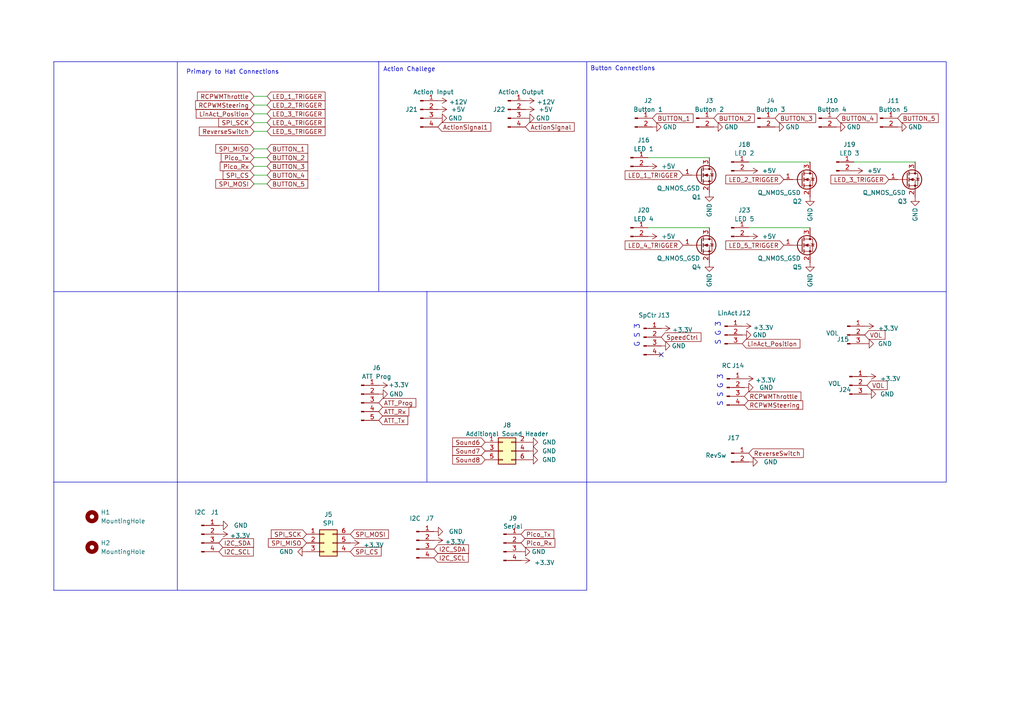
<source format=kicad_sch>
(kicad_sch (version 20230121) (generator eeschema)
  (paper "A4")
  (lib_symbols
    (symbol "Connector:Conn_01x02_Pin" (pin_names (offset 1.016) hide)
      (property "Reference" "J" (at 0 2.54 0))
      (property "Value" "Conn_01x02_Pin" (at 0 -5.08 0))
      (symbol "Conn_01x02_Pin_1_1"
        (polyline (pts (xy 1.27 -2.54) (xy 0.8636 -2.54)) (stroke (width 0.1524)))
        (polyline (pts (xy 1.27 0) (xy 0.8636 0)) (stroke (width 0.1524)))
        (rectangle (start 0.8636 -2.413) (end 0 -2.667) (stroke (width 0.1524)) (fill (type outline)))
        (rectangle (start 0.8636 0.127) (end 0 -0.127) (stroke (width 0.1524)) (fill (type outline)))
        (pin passive line (at 5.08 0 180) (length 3.81) (name "Pin_1") (number "1"))
        (pin passive line (at 5.08 -2.54 180) (length 3.81) (name "Pin_2") (number "2"))
      )
    )
    (symbol "Connector:Conn_01x03_Male" (pin_names (offset 1.016) hide)
      (property "Reference" "J" (at 0 5.08 0))
      (property "Value" "Conn_01x03_Male" (at 0 -5.08 0))
      (symbol "Conn_01x03_Male_1_1"
        (polyline (pts (xy 1.27 -2.54) (xy 0.8636 -2.54)) (stroke (width 0.1524)))
        (polyline (pts (xy 1.27 0) (xy 0.8636 0)) (stroke (width 0.1524)))
        (polyline (pts (xy 1.27 2.54) (xy 0.8636 2.54)) (stroke (width 0.1524)))
        (rectangle (start 0.8636 -2.413) (end 0 -2.667) (stroke (width 0.1524)) (fill (type outline)))
        (rectangle (start 0.8636 0.127) (end 0 -0.127) (stroke (width 0.1524)) (fill (type outline)))
        (rectangle (start 0.8636 2.667) (end 0 2.413) (stroke (width 0.1524)) (fill (type outline)))
        (pin passive line (at 5.08 2.54 180) (length 3.81) (name "Pin_1") (number "1"))
        (pin passive line (at 5.08 0 180) (length 3.81) (name "Pin_2") (number "2"))
        (pin passive line (at 5.08 -2.54 180) (length 3.81) (name "Pin_3") (number "3"))
      )
    )
    (symbol "Connector:Conn_01x04_Male" (pin_names (offset 1.016) hide)
      (property "Reference" "J" (at 0 5.08 0))
      (property "Value" "Conn_01x04_Male" (at 0 -7.62 0))
      (symbol "Conn_01x04_Male_1_1"
        (polyline (pts (xy 1.27 -5.08) (xy 0.8636 -5.08)) (stroke (width 0.1524)))
        (polyline (pts (xy 1.27 -2.54) (xy 0.8636 -2.54)) (stroke (width 0.1524)))
        (polyline (pts (xy 1.27 0) (xy 0.8636 0)) (stroke (width 0.1524)))
        (polyline (pts (xy 1.27 2.54) (xy 0.8636 2.54)) (stroke (width 0.1524)))
        (rectangle (start 0.8636 -4.953) (end 0 -5.207) (stroke (width 0.1524)) (fill (type outline)))
        (rectangle (start 0.8636 -2.413) (end 0 -2.667) (stroke (width 0.1524)) (fill (type outline)))
        (rectangle (start 0.8636 0.127) (end 0 -0.127) (stroke (width 0.1524)) (fill (type outline)))
        (rectangle (start 0.8636 2.667) (end 0 2.413) (stroke (width 0.1524)) (fill (type outline)))
        (pin passive line (at 5.08 2.54 180) (length 3.81) (name "Pin_1") (number "1"))
        (pin passive line (at 5.08 0 180) (length 3.81) (name "Pin_2") (number "2"))
        (pin passive line (at 5.08 -2.54 180) (length 3.81) (name "Pin_3") (number "3"))
        (pin passive line (at 5.08 -5.08 180) (length 3.81) (name "Pin_4") (number "4"))
      )
    )
    (symbol "Connector:Conn_01x04_Pin" (pin_names (offset 1.016) hide)
      (property "Reference" "J" (at 0 5.08 0))
      (property "Value" "Conn_01x04_Pin" (at 0 -7.62 0))
      (symbol "Conn_01x04_Pin_1_1"
        (polyline (pts (xy 1.27 -5.08) (xy 0.8636 -5.08)) (stroke (width 0.1524)))
        (polyline (pts (xy 1.27 -2.54) (xy 0.8636 -2.54)) (stroke (width 0.1524)))
        (polyline (pts (xy 1.27 0) (xy 0.8636 0)) (stroke (width 0.1524)))
        (polyline (pts (xy 1.27 2.54) (xy 0.8636 2.54)) (stroke (width 0.1524)))
        (rectangle (start 0.8636 -4.953) (end 0 -5.207) (stroke (width 0.1524)) (fill (type outline)))
        (rectangle (start 0.8636 -2.413) (end 0 -2.667) (stroke (width 0.1524)) (fill (type outline)))
        (rectangle (start 0.8636 0.127) (end 0 -0.127) (stroke (width 0.1524)) (fill (type outline)))
        (rectangle (start 0.8636 2.667) (end 0 2.413) (stroke (width 0.1524)) (fill (type outline)))
        (pin passive line (at 5.08 2.54 180) (length 3.81) (name "Pin_1") (number "1"))
        (pin passive line (at 5.08 0 180) (length 3.81) (name "Pin_2") (number "2"))
        (pin passive line (at 5.08 -2.54 180) (length 3.81) (name "Pin_3") (number "3"))
        (pin passive line (at 5.08 -5.08 180) (length 3.81) (name "Pin_4") (number "4"))
      )
    )
    (symbol "Connector:Conn_01x05_Pin" (pin_names (offset 1.016) hide)
      (property "Reference" "J" (at 0 7.62 0))
      (property "Value" "Conn_01x05_Pin" (at 0 -7.62 0))
      (symbol "Conn_01x05_Pin_1_1"
        (polyline (pts (xy 1.27 -5.08) (xy 0.8636 -5.08)) (stroke (width 0.1524)))
        (polyline (pts (xy 1.27 -2.54) (xy 0.8636 -2.54)) (stroke (width 0.1524)))
        (polyline (pts (xy 1.27 0) (xy 0.8636 0)) (stroke (width 0.1524)))
        (polyline (pts (xy 1.27 2.54) (xy 0.8636 2.54)) (stroke (width 0.1524)))
        (polyline (pts (xy 1.27 5.08) (xy 0.8636 5.08)) (stroke (width 0.1524)))
        (rectangle (start 0.8636 -4.953) (end 0 -5.207) (stroke (width 0.1524)) (fill (type outline)))
        (rectangle (start 0.8636 -2.413) (end 0 -2.667) (stroke (width 0.1524)) (fill (type outline)))
        (rectangle (start 0.8636 0.127) (end 0 -0.127) (stroke (width 0.1524)) (fill (type outline)))
        (rectangle (start 0.8636 2.667) (end 0 2.413) (stroke (width 0.1524)) (fill (type outline)))
        (rectangle (start 0.8636 5.207) (end 0 4.953) (stroke (width 0.1524)) (fill (type outline)))
        (pin passive line (at 5.08 5.08 180) (length 3.81) (name "Pin_1") (number "1"))
        (pin passive line (at 5.08 2.54 180) (length 3.81) (name "Pin_2") (number "2"))
        (pin passive line (at 5.08 0 180) (length 3.81) (name "Pin_3") (number "3"))
        (pin passive line (at 5.08 -2.54 180) (length 3.81) (name "Pin_4") (number "4"))
        (pin passive line (at 5.08 -5.08 180) (length 3.81) (name "Pin_5") (number "5"))
      )
    )
    (symbol "Connector_Generic:Conn_02x03_Counter_Clockwise" (pin_names (offset 1.016) hide)
      (property "Reference" "J" (at 1.27 5.08 0))
      (property "Value" "Conn_02x03_Counter_Clockwise" (at 1.27 -5.08 0))
      (symbol "Conn_02x03_Counter_Clockwise_1_1"
        (rectangle (start -1.27 -2.413) (end 0 -2.667) (stroke (width 0.1524)))
        (rectangle (start -1.27 0.127) (end 0 -0.127) (stroke (width 0.1524)))
        (rectangle (start -1.27 2.667) (end 0 2.413) (stroke (width 0.1524)))
        (rectangle (start -1.27 3.81) (end 3.81 -3.81) (stroke (width 0.254)) (fill (type background)))
        (rectangle (start 3.81 -2.413) (end 2.54 -2.667) (stroke (width 0.1524)))
        (rectangle (start 3.81 0.127) (end 2.54 -0.127) (stroke (width 0.1524)))
        (rectangle (start 3.81 2.667) (end 2.54 2.413) (stroke (width 0.1524)))
        (pin passive line (at -5.08 2.54 0) (length 3.81) (name "Pin_1") (number "1"))
        (pin passive line (at -5.08 0 0) (length 3.81) (name "Pin_2") (number "2"))
        (pin passive line (at -5.08 -2.54 0) (length 3.81) (name "Pin_3") (number "3"))
        (pin passive line (at 7.62 -2.54 180) (length 3.81) (name "Pin_4") (number "4"))
        (pin passive line (at 7.62 0 180) (length 3.81) (name "Pin_5") (number "5"))
        (pin passive line (at 7.62 2.54 180) (length 3.81) (name "Pin_6") (number "6"))
      )
    )
    (symbol "Connector_Generic:Conn_02x03_Odd_Even" (pin_names (offset 1.016) hide)
      (property "Reference" "J" (at 1.27 5.08 0))
      (property "Value" "Conn_02x03_Odd_Even" (at 1.27 -5.08 0))
      (symbol "Conn_02x03_Odd_Even_1_1"
        (rectangle (start -1.27 -2.413) (end 0 -2.667) (stroke (width 0.1524)))
        (rectangle (start -1.27 0.127) (end 0 -0.127) (stroke (width 0.1524)))
        (rectangle (start -1.27 2.667) (end 0 2.413) (stroke (width 0.1524)))
        (rectangle (start -1.27 3.81) (end 3.81 -3.81) (stroke (width 0.254)) (fill (type background)))
        (rectangle (start 3.81 -2.413) (end 2.54 -2.667) (stroke (width 0.1524)))
        (rectangle (start 3.81 0.127) (end 2.54 -0.127) (stroke (width 0.1524)))
        (rectangle (start 3.81 2.667) (end 2.54 2.413) (stroke (width 0.1524)))
        (pin passive line (at -5.08 2.54 0) (length 3.81) (name "Pin_1") (number "1"))
        (pin passive line (at 7.62 2.54 180) (length 3.81) (name "Pin_2") (number "2"))
        (pin passive line (at -5.08 0 0) (length 3.81) (name "Pin_3") (number "3"))
        (pin passive line (at 7.62 0 180) (length 3.81) (name "Pin_4") (number "4"))
        (pin passive line (at -5.08 -2.54 0) (length 3.81) (name "Pin_5") (number "5"))
        (pin passive line (at 7.62 -2.54 180) (length 3.81) (name "Pin_6") (number "6"))
      )
    )
    (symbol "Device:Q_NMOS_GSD" (pin_names (offset 0) hide)
      (property "Reference" "Q" (at 5.08 1.27 0))
      (property "Value" "Q_NMOS_GSD" (at 5.08 -1.27 0))
      (symbol "Q_NMOS_GSD_0_1"
        (polyline (pts (xy 0.254 0) (xy -2.54 0)))
        (polyline (pts (xy 0.254 1.905) (xy 0.254 -1.905)) (stroke (width 0.254)))
        (polyline (pts (xy 0.762 -1.27) (xy 0.762 -2.286)) (stroke (width 0.254)))
        (polyline (pts (xy 0.762 0.508) (xy 0.762 -0.508)) (stroke (width 0.254)))
        (polyline (pts (xy 0.762 2.286) (xy 0.762 1.27)) (stroke (width 0.254)))
        (polyline (pts (xy 2.54 2.54) (xy 2.54 1.778)))
        (polyline (pts (xy 2.54 -2.54) (xy 2.54 0) (xy 0.762 0)))
        (polyline (pts (xy 0.762 -1.778) (xy 3.302 -1.778) (xy 3.302 1.778) (xy 0.762 1.778)))
        (polyline (pts (xy 1.016 0) (xy 2.032 0.381) (xy 2.032 -0.381) (xy 1.016 0)) (fill (type outline)))
        (polyline (pts (xy 2.794 0.508) (xy 2.921 0.381) (xy 3.683 0.381) (xy 3.81 0.254)))
        (polyline (pts (xy 3.302 0.381) (xy 2.921 -0.254) (xy 3.683 -0.254) (xy 3.302 0.381)))
        (circle (center 1.651 0) (radius 2.794) (stroke (width 0.254)))
        (circle (center 2.54 -1.778) (radius 0.254) (fill (type outline)))
        (circle (center 2.54 1.778) (radius 0.254) (fill (type outline)))
      )
      (symbol "Q_NMOS_GSD_1_1"
        (pin input line (at -5.08 0 0) (length 2.54) (name "G") (number "1"))
        (pin passive line (at 2.54 -5.08 90) (length 2.54) (name "S") (number "2"))
        (pin passive line (at 2.54 5.08 270) (length 2.54) (name "D") (number "3"))
      )
    )
    (symbol "Mechanical:MountingHole" (pin_names (offset 1.016))
      (property "Reference" "H" (at 0 5.08 0))
      (property "Value" "MountingHole" (at 0 3.175 0))
      (symbol "MountingHole_0_1"
        (circle (center 0 0) (radius 1.27) (stroke (width 1.27)))
      )
    )
    (symbol "power:+12V" (power) (pin_names (offset 0))
      (property "Value" "+12V" (at 0 3.556 0))
      (symbol "+12V_0_1"
        (polyline (pts (xy -0.762 1.27) (xy 0 2.54)))
        (polyline (pts (xy 0 0) (xy 0 2.54)))
        (polyline (pts (xy 0 2.54) (xy 0.762 1.27)))
      )
      (symbol "+12V_1_1"
        (pin power_in line (at 0 0 90) (length 0) hide (name "+12V") (number "1"))
      )
    )
    (symbol "power:+3.3V" (power) (pin_names (offset 0))
      (property "Value" "+3.3V" (at 0 3.556 0))
      (symbol "+3.3V_0_1"
        (polyline (pts (xy -0.762 1.27) (xy 0 2.54)))
        (polyline (pts (xy 0 0) (xy 0 2.54)))
        (polyline (pts (xy 0 2.54) (xy 0.762 1.27)))
      )
      (symbol "+3.3V_1_1"
        (pin power_in line (at 0 0 90) (length 0) hide (name "+3.3V") (number "1"))
      )
    )
    (symbol "power:+5V" (power) (pin_names (offset 0))
      (property "Value" "+5V" (at 0 3.556 0))
      (symbol "+5V_0_1"
        (polyline (pts (xy -0.762 1.27) (xy 0 2.54)))
        (polyline (pts (xy 0 0) (xy 0 2.54)))
        (polyline (pts (xy 0 2.54) (xy 0.762 1.27)))
      )
      (symbol "+5V_1_1"
        (pin power_in line (at 0 0 90) (length 0) hide (name "+5V") (number "1"))
      )
    )
    (symbol "power:GND" (power) (pin_names (offset 0))
      (property "Value" "GND" (at 0 -3.81 0))
      (symbol "GND_0_1"
        (polyline (pts (xy 0 0) (xy 0 -1.27) (xy 1.27 -1.27) (xy 0 -2.54) (xy -1.27 -1.27) (xy 0 -1.27)))
      )
      (symbol "GND_1_1"
        (pin power_in line (at 0 0 270) (length 0) hide (name "GND") (number "1"))
      )
    )
  )
  (no_connect (at 191.77 102.87))
  (wire (pts (xy 73.66 27.94) (xy 77.47 27.94)))
  (polyline (pts (xy 170.18 139.827) (xy 51.435 139.827)))
  (wire (pts (xy 247.65 46.99) (xy 265.43 46.99)))
  (polyline (pts (xy 15.621 139.827) (xy 15.621 84.582)))
  (polyline (pts (xy 170.18 17.907) (xy 274.447 17.907)))
  (polyline (pts (xy 51.435 17.907) (xy 15.494 17.907)))
  (polyline (pts (xy 274.447 84.582) (xy 170.18 84.582)))
  (polyline (pts (xy 51.435 171.196) (xy 51.435 139.827)))
  (wire (pts (xy 217.17 46.99) (xy 234.95 46.99)))
  (wire (pts (xy 73.66 35.56) (xy 77.47 35.56)))
  (wire (pts (xy 73.66 45.72) (xy 77.47 45.72)))
  (polyline (pts (xy 109.855 17.78) (xy 109.855 84.455)))
  (polyline (pts (xy 51.435 84.582) (xy 51.435 17.907)))
  (wire (pts (xy 73.66 33.02) (xy 77.47 33.02)))
  (polyline (pts (xy 274.447 17.907) (xy 274.447 84.582)))
  (wire (pts (xy 217.17 66.04) (xy 234.95 66.04)))
  (polyline (pts (xy 170.18 171.196) (xy 51.435 171.196)))
  (polyline (pts (xy 170.18 17.907) (xy 170.18 84.582)))
  (polyline (pts (xy 170.18 171.196) (xy 170.18 139.827)))
  (polyline (pts (xy 15.621 171.196) (xy 15.621 139.827)))
  (polyline (pts (xy 170.18 139.827) (xy 170.18 84.582)))
  (polyline (pts (xy 15.621 84.582) (xy 15.621 17.907)))
  (polyline (pts (xy 51.435 84.582) (xy 15.494 84.582)))
  (polyline (pts (xy 51.435 139.827) (xy 15.494 139.827)))
  (polyline (pts (xy 51.435 139.827) (xy 51.435 84.582)))
  (polyline (pts (xy 51.435 171.196) (xy 15.494 171.196)))
  (polyline (pts (xy 123.825 139.7) (xy 123.825 84.455)))
  (wire (pts (xy 73.66 53.34) (xy 77.47 53.34)))
  (polyline (pts (xy 170.18 84.582) (xy 51.435 84.582)))
  (wire (pts (xy 73.66 48.26) (xy 77.47 48.26)))
  (wire (pts (xy 73.66 50.8) (xy 77.47 50.8)))
  (polyline (pts (xy 51.435 17.907) (xy 170.18 17.907)))
  (wire (pts (xy 187.96 45.72) (xy 205.74 45.72)))
  (wire (pts (xy 73.66 30.48) (xy 77.47 30.48)))
  (wire (pts (xy 187.96 66.04) (xy 205.74 66.04)))
  (wire (pts (xy 73.66 43.18) (xy 77.47 43.18)))
  (polyline (pts (xy 274.447 139.827) (xy 274.447 84.582)))
  (wire (pts (xy 73.66 38.1) (xy 77.47 38.1)))
  (polyline (pts (xy 274.447 139.827) (xy 170.18 139.827)))
  (text "G S 3" (at 185.6486 93.98 90) (effects (font (size 1.4986 1.4986)) (justify right bottom)))
  (text "S S G 3\n" (at 209.7786 108.585 90) (effects (font (size 1.4986 1.4986)) (justify right bottom)))
  (text "Button Connections" (at 171.196 20.701 0) (effects (font (size 1.27 1.27)) (justify left bottom)))
  (text "Primary to Hat Connections" (at 53.975 21.717 0) (effects (font (size 1.27 1.27)) (justify left bottom)))
  (text "Action Challege" (at 111.125 20.955 0) (effects (font (size 1.27 1.27)) (justify left bottom)))
  (text "S G 3" (at 209.1436 93.345 90) (effects (font (size 1.4986 1.4986)) (justify right bottom)))
  (global_label "SPI_MISO" (shape input) (at 88.9 157.48 180) (property "Intersheetrefs" "${INTERSHEET_REFS}" (effects hide)))
  (global_label "ATT_Rx" (shape input) (at 109.855 119.38 0) (property "Intersheetrefs" "${INTERSHEET_REFS}" (effects hide)))
  (global_label "SPI_SCK" (shape input) (at 73.66 35.56 180) (property "Intersheetrefs" "${INTERSHEET_REFS}" (effects hide)))
  (global_label "BUTTON_5" (shape input) (at 77.47 53.34 0) (property "Intersheetrefs" "${INTERSHEET_REFS}" (effects hide)))
  (global_label "ActionSignal" (shape input) (at 152.4 36.83 0) (property "Intersheetrefs" "${INTERSHEET_REFS}" (effects hide)))
  (global_label "BUTTON_5" (shape input) (at 260.35 34.29 0) (property "Intersheetrefs" "${INTERSHEET_REFS}" (effects hide)))
  (global_label "RCPWMSteering" (shape input) (at 215.9 117.475 0) (property "Intersheetrefs" "${INTERSHEET_REFS}" (effects hide)))
  (global_label "LED_5_TRIGGER" (shape input) (at 77.47 38.1 0) (property "Intersheetrefs" "${INTERSHEET_REFS}" (effects hide)))
  (global_label "SPI_MOSI" (shape input) (at 73.66 53.34 180) (property "Intersheetrefs" "${INTERSHEET_REFS}" (effects hide)))
  (global_label "I2C_SDA" (shape input) (at 63.5 157.48 0) (property "Intersheetrefs" "${INTERSHEET_REFS}" (effects hide)))
  (global_label "LED_4_TRIGGER" (shape input) (at 77.47 35.56 0) (property "Intersheetrefs" "${INTERSHEET_REFS}" (effects hide)))
  (global_label "LED_1_TRIGGER" (shape input) (at 77.47 27.94 0) (property "Intersheetrefs" "${INTERSHEET_REFS}" (effects hide)))
  (global_label "BUTTON_1" (shape input) (at 189.23 34.29 0) (property "Intersheetrefs" "${INTERSHEET_REFS}" (effects hide)))
  (global_label "SPI_MISO" (shape input) (at 73.66 43.18 180) (property "Intersheetrefs" "${INTERSHEET_REFS}" (effects hide)))
  (global_label "Sound6" (shape input) (at 140.716 128.27 180) (property "Intersheetrefs" "${INTERSHEET_REFS}" (effects hide)))
  (global_label "ReverseSwitch" (shape input) (at 73.66 38.1 180) (property "Intersheetrefs" "${INTERSHEET_REFS}" (effects hide)))
  (global_label "I2C_SCL" (shape input) (at 63.5 160.02 0) (property "Intersheetrefs" "${INTERSHEET_REFS}" (effects hide)))
  (global_label "SPI_SCK" (shape input) (at 88.9 154.94 180) (property "Intersheetrefs" "${INTERSHEET_REFS}" (effects hide)))
  (global_label "BUTTON_4" (shape input) (at 77.47 50.8 0) (property "Intersheetrefs" "${INTERSHEET_REFS}" (effects hide)))
  (global_label "LED_2_TRIGGER" (shape input) (at 227.33 52.07 180) (property "Intersheetrefs" "${INTERSHEET_REFS}" (effects hide)))
  (global_label "VOL" (shape input) (at 250.825 97.155 0) (property "Intersheetrefs" "${INTERSHEET_REFS}" (effects hide)))
  (global_label "SPI_MOSI" (shape input) (at 101.6 154.94 0) (property "Intersheetrefs" "${INTERSHEET_REFS}" (effects hide)))
  (global_label "LED_1_TRIGGER" (shape input) (at 198.12 50.8 180) (property "Intersheetrefs" "${INTERSHEET_REFS}" (effects hide)))
  (global_label "LED_2_TRIGGER" (shape input) (at 77.47 30.48 0) (property "Intersheetrefs" "${INTERSHEET_REFS}" (effects hide)))
  (global_label "LinAct_Position" (shape input) (at 215.265 99.695 0) (property "Intersheetrefs" "${INTERSHEET_REFS}" (effects hide)))
  (global_label "ATT_Tx" (shape input) (at 109.855 121.92 0) (property "Intersheetrefs" "${INTERSHEET_REFS}" (effects hide)))
  (global_label "LED_3_TRIGGER" (shape input) (at 77.47 33.02 0) (property "Intersheetrefs" "${INTERSHEET_REFS}" (effects hide)))
  (global_label "LinAct_Position" (shape input) (at 73.66 33.02 180) (property "Intersheetrefs" "${INTERSHEET_REFS}" (effects hide)))
  (global_label "Pico_Tx" (shape input) (at 73.66 45.72 180) (property "Intersheetrefs" "${INTERSHEET_REFS}" (effects hide)))
  (global_label "ReverseSwitch" (shape input) (at 217.17 131.445 0) (property "Intersheetrefs" "${INTERSHEET_REFS}" (effects hide)))
  (global_label "SPI_CS" (shape input) (at 73.66 50.8 180) (property "Intersheetrefs" "${INTERSHEET_REFS}" (effects hide)))
  (global_label "RCPWMSteering" (shape input) (at 73.66 30.48 180) (property "Intersheetrefs" "${INTERSHEET_REFS}" (effects hide)))
  (global_label "Sound8" (shape input) (at 140.716 133.35 180) (property "Intersheetrefs" "${INTERSHEET_REFS}" (effects hide)))
  (global_label "I2C_SCL" (shape input) (at 125.857 161.798 0) (property "Intersheetrefs" "${INTERSHEET_REFS}" (effects hide)))
  (global_label "SpeedCtrl" (shape input) (at 191.77 97.79 0) (property "Intersheetrefs" "${INTERSHEET_REFS}" (effects hide)))
  (global_label "Pico_Rx" (shape input) (at 73.66 48.26 180) (property "Intersheetrefs" "${INTERSHEET_REFS}" (effects hide)))
  (global_label "Pico_Tx" (shape input) (at 151.13 154.94 0) (property "Intersheetrefs" "${INTERSHEET_REFS}" (effects hide)))
  (global_label "RCPWMThrottle" (shape input) (at 215.9 114.935 0) (property "Intersheetrefs" "${INTERSHEET_REFS}" (effects hide)))
  (global_label "RCPWMThrottle" (shape input) (at 73.66 27.94 180) (property "Intersheetrefs" "${INTERSHEET_REFS}" (effects hide)))
  (global_label "I2C_SDA" (shape input) (at 125.857 159.258 0) (property "Intersheetrefs" "${INTERSHEET_REFS}" (effects hide)))
  (global_label "BUTTON_4" (shape input) (at 242.57 34.29 0) (property "Intersheetrefs" "${INTERSHEET_REFS}" (effects hide)))
  (global_label "BUTTON_1" (shape input) (at 77.47 43.18 0) (property "Intersheetrefs" "${INTERSHEET_REFS}" (effects hide)))
  (global_label "ActionSignal1" (shape input) (at 127 36.83 0) (property "Intersheetrefs" "${INTERSHEET_REFS}" (effects hide)))
  (global_label "LED_3_TRIGGER" (shape input) (at 257.81 52.07 180) (property "Intersheetrefs" "${INTERSHEET_REFS}" (effects hide)))
  (global_label "BUTTON_2" (shape input) (at 77.47 45.72 0) (property "Intersheetrefs" "${INTERSHEET_REFS}" (effects hide)))
  (global_label "VOL" (shape input) (at 251.46 111.76 0) (property "Intersheetrefs" "${INTERSHEET_REFS}" (effects hide)))
  (global_label "Sound7" (shape input) (at 140.716 130.81 180) (property "Intersheetrefs" "${INTERSHEET_REFS}" (effects hide)))
  (global_label "BUTTON_3" (shape input) (at 77.47 48.26 0) (property "Intersheetrefs" "${INTERSHEET_REFS}" (effects hide)))
  (global_label "SPI_CS" (shape input) (at 101.6 160.02 0) (property "Intersheetrefs" "${INTERSHEET_REFS}" (effects hide)))
  (global_label "ATT_Prog" (shape input) (at 109.855 116.84 0) (property "Intersheetrefs" "${INTERSHEET_REFS}" (effects hide)))
  (global_label "BUTTON_2" (shape input) (at 207.01 34.29 0) (property "Intersheetrefs" "${INTERSHEET_REFS}" (effects hide)))
  (global_label "LED_4_TRIGGER" (shape input) (at 198.12 71.12 180) (property "Intersheetrefs" "${INTERSHEET_REFS}" (effects hide)))
  (global_label "LED_5_TRIGGER" (shape input) (at 227.33 71.12 180) (property "Intersheetrefs" "${INTERSHEET_REFS}" (effects hide)))
  (global_label "Pico_Rx" (shape input) (at 151.13 157.48 0) (property "Intersheetrefs" "${INTERSHEET_REFS}" (effects hide)))
  (global_label "BUTTON_3" (shape input) (at 224.79 34.29 0) (property "Intersheetrefs" "${INTERSHEET_REFS}" (effects hide)))
  (symbol (lib_id "Connector:Conn_01x04_Male") (at 210.82 112.395 0) (unit 1) (in_bom no)
    (property "Reference" "J14" (at 215.9 106.045 0) (effects (justify right)))
    (property "Value" "RC" (at 212.09 106.045 0) (effects (justify right)))
    (property "Footprint" "Connector_PinSocket_2.54mm:PinSocket_1x04_P2.54mm_Vertical" (effects hide))
  )
  (symbol (lib_id "Connector:Conn_01x03_Male") (at 210.185 97.155 0) (unit 1) (in_bom no)
    (property "Reference" "J12" (at 217.805 90.805 0) (effects (justify right)))
    (property "Value" "LinAct" (at 213.995 90.805 0) (effects (justify right)))
    (property "Footprint" "Connector_PinSocket_2.54mm:PinSocket_1x03_P2.54mm_Vertical" (effects hide))
  )
  (symbol (lib_id "power:GND") (at 215.9 112.395 90) (unit 1)
    (property "Reference" "#PWR041" (effects hide))
    (property "Value" "GND" (at 222.25 112.395 90))
  )
  (symbol (lib_id "power:GND") (at 215.265 97.155 90) (unit 1)
    (property "Reference" "#PWR031" (effects hide))
    (property "Value" "GND" (at 220.345 97.155 90))
  )
  (symbol (lib_id "power:GND") (at 191.77 100.33 90) (unit 1)
    (property "Reference" "#PWR033" (effects hide))
    (property "Value" "GND" (at 196.85 100.33 90))
  )
  (symbol (lib_id "Connector:Conn_01x04_Pin") (at 186.69 97.79 0) (unit 1) (in_bom no)
    (property "Reference" "J13" (at 194.31 91.44 0) (effects (justify right)))
    (property "Value" "SpCtr" (at 190.5 91.44 0) (effects (justify right)))
    (property "Footprint" "Connector_PinSocket_2.00mm:PinSocket_1x04_P2.00mm_Vertical" (effects hide))
  )
  (symbol (lib_id "Connector:Conn_01x04_Male") (at 120.777 156.718 0) (unit 1) (in_bom no)
    (property "Reference" "J7" (at 125.857 150.368 0) (effects (justify right)))
    (property "Value" "I2C" (at 122.047 150.368 0) (effects (justify right)))
    (property "Footprint" "Connector_PinHeader_2.54mm:PinHeader_1x04_P2.54mm_Vertical" (effects hide))
  )
  (symbol (lib_id "power:GND") (at 125.857 154.178 90) (unit 1)
    (property "Reference" "#PWR012" (effects hide))
    (property "Value" "GND" (at 132.207 154.178 90))
  )
  (symbol (lib_id "Connector:Conn_01x04_Male") (at 146.05 157.48 0) (unit 1) (in_bom no)
    (property "Reference" "J9" (at 148.7932 150.3426 0))
    (property "Value" "Serial" (at 148.7932 152.654 0))
    (property "Footprint" "Connector_PinHeader_2.54mm:PinHeader_1x04_P2.54mm_Vertical" (effects hide))
  )
  (symbol (lib_id "power:GND") (at 151.13 160.02 90) (unit 1)
    (property "Reference" "#PWR016" (effects hide))
    (property "Value" "GND" (at 154.178 160.02 90) (effects (justify right)))
  )
  (symbol (lib_id "power:GND") (at 153.416 128.27 90) (unit 1)
    (property "Reference" "#PWR018" (effects hide))
    (property "Value" "GND" (at 157.226 128.27 90) (effects (justify right)))
  )
  (symbol (lib_id "power:GND") (at 153.416 130.81 90) (unit 1)
    (property "Reference" "#PWR019" (effects hide))
    (property "Value" "GND" (at 157.226 130.81 90) (effects (justify right)))
  )
  (symbol (lib_id "power:GND") (at 153.416 133.35 90) (unit 1)
    (property "Reference" "#PWR020" (effects hide))
    (property "Value" "GND" (at 157.226 133.35 90) (effects (justify right)))
  )
  (symbol (lib_id "power:GND") (at 250.825 99.695 90) (unit 1)
    (property "Reference" "#PWR043" (effects hide))
    (property "Value" "GND" (at 254.635 99.695 90) (effects (justify right)))
  )
  (symbol (lib_id "Connector:Conn_01x04_Male") (at 58.42 154.94 0) (unit 1) (in_bom no)
    (property "Reference" "J1" (at 63.5 148.59 0) (effects (justify right)))
    (property "Value" "I2C" (at 59.69 148.59 0) (effects (justify right)))
    (property "Footprint" "Connector_JST:JST_SH_BM04B-SRSS-TB_1x04-1MP_P1.00mm_Vertical" (effects hide))
  )
  (symbol (lib_id "power:+3.3V") (at 125.857 156.718 270) (unit 1)
    (property "Reference" "#PWR013" (effects hide))
    (property "Value" "+3.3V" (at 129.032 157.1518 90) (effects (justify left)))
  )
  (symbol (lib_id "Connector:Conn_01x02_Pin") (at 219.71 34.29 0) (unit 1)
    (property "Reference" "J4" (at 223.52 29.21 0))
    (property "Value" "Button 3" (at 223.52 31.75 0))
    (property "Footprint" "Connector_JST:JST_XH_B2B-XH-A_1x02_P2.50mm_Vertical" (effects hide))
  )
  (symbol (lib_id "power:GND") (at 189.23 36.83 90) (unit 1)
    (property "Reference" "#PWR03" (effects hide))
    (property "Value" "GND" (at 194.31 36.83 90))
  )
  (symbol (lib_id "Connector:Conn_01x02_Pin") (at 182.88 66.04 0) (unit 1)
    (property "Reference" "J20" (at 186.69 60.96 0))
    (property "Value" "LED 4" (at 186.69 63.5 0))
    (property "Footprint" "Connector_JST:JST_XH_B2B-XH-A_1x02_P2.50mm_Vertical" (effects hide))
  )
  (symbol (lib_id "Mechanical:MountingHole") (at 26.67 149.86 0) (unit 1)
    (property "Reference" "H1" (at 29.21 148.59 0) (effects (justify left)))
    (property "Value" "MountingHole" (at 29.21 151.13 0) (effects (justify left)))
    (property "Footprint" "MountingHole:MountingHole_2.7mm_M2.5" (effects hide))
  )
  (symbol (lib_id "power:GND") (at 260.35 36.83 90) (unit 1)
    (property "Reference" "#PWR07" (effects hide))
    (property "Value" "GND" (at 265.43 36.83 90))
  )
  (symbol (lib_id "power:+3.3V") (at 215.265 94.615 270) (unit 1)
    (property "Reference" "#PWR030" (effects hide))
    (property "Value" "+3.3V" (at 218.44 95.0488 90) (effects (justify left)))
  )
  (symbol (lib_id "power:+3.3V") (at 63.5 154.94 270) (unit 1)
    (property "Reference" "#PWR02" (effects hide))
    (property "Value" "+3.3V" (at 66.675 155.3738 90) (effects (justify left)))
  )
  (symbol (lib_id "Connector_Generic:Conn_02x03_Counter_Clockwise") (at 93.98 157.48 0) (unit 1) (in_bom no)
    (property "Reference" "J5" (at 95.25 149.225 0))
    (property "Value" "SPI" (at 95.25 151.765 0))
    (property "Footprint" "Connector_PinHeader_2.54mm:PinHeader_2x03_P2.54mm_Vertical" (effects hide))
  )
  (symbol (lib_id "Connector:Conn_01x02_Pin") (at 201.93 34.29 0) (unit 1)
    (property "Reference" "J3" (at 205.74 29.21 0))
    (property "Value" "Button 2" (at 205.74 31.75 0))
    (property "Footprint" "Connector_JST:JST_XH_B2B-XH-A_1x02_P2.50mm_Vertical" (effects hide))
  )
  (symbol (lib_id "power:+5V") (at 247.65 49.53 270) (unit 1)
    (property "Reference" "#PWR023" (effects hide))
    (property "Value" "+5V" (at 251.46 49.53 90) (effects (justify left)))
  )
  (symbol (lib_id "power:+12V") (at 152.4 29.21 270) (unit 1)
    (property "Reference" "#PWR087" (effects hide))
    (property "Value" "+12V" (at 155.6512 29.591 90) (effects (justify left)))
  )
  (symbol (lib_id "power:GND") (at 265.43 57.15 0) (unit 1)
    (property "Reference" "#PWR022" (effects hide))
    (property "Value" "GND" (at 265.43 62.23 90))
  )
  (symbol (lib_id "power:+3.3V") (at 109.855 111.76 270) (unit 1)
    (property "Reference" "#PWR010" (effects hide))
    (property "Value" "+3.3V" (at 112.649 111.633 90) (effects (justify left)))
  )
  (symbol (lib_id "Connector:Conn_01x02_Pin") (at 212.09 131.445 0) (unit 1) (in_bom no)
    (property "Reference" "J17" (at 212.725 127 0))
    (property "Value" "RevSw" (at 207.645 132.08 0))
    (property "Footprint" "Connector_PinSocket_2.54mm:PinSocket_1x02_P2.54mm_Vertical" (effects hide))
  )
  (symbol (lib_id "power:GND") (at 207.01 36.83 90) (unit 1)
    (property "Reference" "#PWR04" (effects hide))
    (property "Value" "GND" (at 212.09 36.83 90))
  )
  (symbol (lib_id "power:GND") (at 63.5 152.4 90) (unit 1)
    (property "Reference" "#PWR01" (effects hide))
    (property "Value" "GND" (at 69.85 152.4 90))
  )
  (symbol (lib_id "Connector:Conn_01x05_Pin") (at 104.775 116.84 0) (unit 1) (in_bom no)
    (property "Reference" "J6" (at 109.22 106.68 0))
    (property "Value" "ATT Prog" (at 109.22 109.22 0))
    (property "Footprint" "Connector_PinHeader_2.54mm:PinHeader_1x05_P2.54mm_Vertical" (effects hide))
  )
  (symbol (lib_id "Connector_Generic:Conn_02x03_Odd_Even") (at 145.796 130.81 0) (unit 1) (in_bom no)
    (property "Reference" "J8" (at 147.066 123.3002 0))
    (property "Value" "Additional Sound Header" (at 147.066 125.8371 0))
    (property "Footprint" "Connector_PinSocket_2.54mm:PinSocket_2x03_P2.54mm_Vertical" (effects hide))
  )
  (symbol (lib_id "power:GND") (at 234.95 57.15 0) (unit 1)
    (property "Reference" "#PWR026" (effects hide))
    (property "Value" "GND" (at 234.95 62.23 90))
  )
  (symbol (lib_id "Connector:Conn_01x04_Pin") (at 147.32 31.75 0) (unit 1) (in_bom no)
    (property "Reference" "J22" (at 144.78 31.75 0))
    (property "Value" "Action Output" (at 151.13 26.67 0))
    (property "Footprint" "Connector_PinSocket_2.54mm:PinSocket_1x04_P2.54mm_Vertical" (effects hide))
  )
  (symbol (lib_id "power:GND") (at 205.74 76.2 0) (unit 1)
    (property "Reference" "#PWR027" (effects hide))
    (property "Value" "GND" (at 205.74 81.28 90))
  )
  (symbol (lib_id "Mechanical:MountingHole") (at 26.67 158.75 0) (unit 1)
    (property "Reference" "H2" (at 29.21 157.48 0) (effects (justify left)))
    (property "Value" "MountingHole" (at 29.21 160.02 0) (effects (justify left)))
    (property "Footprint" "MountingHole:MountingHole_2.7mm_M2.5" (effects hide))
  )
  (symbol (lib_id "power:+3.3V") (at 215.9 109.855 270) (unit 1)
    (property "Reference" "#PWR040" (effects hide))
    (property "Value" "+3.3V" (at 219.075 110.2888 90) (effects (justify left)))
  )
  (symbol (lib_id "Connector:Conn_01x02_Pin") (at 237.49 34.29 0) (unit 1)
    (property "Reference" "J10" (at 241.3 29.21 0))
    (property "Value" "Button 4" (at 241.3 31.75 0))
    (property "Footprint" "Connector_JST:JST_XH_B2B-XH-A_1x02_P2.50mm_Vertical" (effects hide))
  )
  (symbol (lib_id "Connector:Conn_01x02_Pin") (at 212.09 46.99 0) (unit 1)
    (property "Reference" "J18" (at 215.9 41.91 0))
    (property "Value" "LED 2" (at 215.9 44.45 0))
    (property "Footprint" "Connector_JST:JST_XH_B2B-XH-A_1x02_P2.50mm_Vertical" (effects hide))
  )
  (symbol (lib_id "Device:Q_NMOS_GSD") (at 203.2 71.12 0) (unit 1)
    (property "Reference" "Q4" (at 200.66 77.47 0) (effects (justify left)))
    (property "Value" "Q_NMOS_GSD" (at 190.5 74.93 0) (effects (justify left)))
    (property "Footprint" "Package_TO_SOT_SMD:SOT-23" (effects hide))
  )
  (symbol (lib_id "Connector:Conn_01x02_Pin") (at 255.27 34.29 0) (unit 1)
    (property "Reference" "J11" (at 259.08 29.21 0))
    (property "Value" "Button 5" (at 259.08 31.75 0))
    (property "Footprint" "Connector_JST:JST_XH_B2B-XH-A_1x02_P2.50mm_Vertical" (effects hide))
  )
  (symbol (lib_id "power:+5V") (at 217.17 68.58 270) (unit 1)
    (property "Reference" "#PWR028" (effects hide))
    (property "Value" "+5V" (at 220.98 68.58 90) (effects (justify left)))
  )
  (symbol (lib_id "power:+3.3V") (at 151.13 162.56 270) (unit 1)
    (property "Reference" "#PWR017" (effects hide))
    (property "Value" "+3.3V" (at 154.94 163.195 90) (effects (justify left)))
  )
  (symbol (lib_id "Connector:Conn_01x02_Pin") (at 242.57 46.99 0) (unit 1)
    (property "Reference" "J19" (at 246.38 41.91 0))
    (property "Value" "LED 3" (at 246.38 44.45 0))
    (property "Footprint" "Connector_JST:JST_XH_B2B-XH-A_1x02_P2.50mm_Vertical" (effects hide))
  )
  (symbol (lib_id "Connector:Conn_01x03_Male") (at 245.745 97.155 0) (unit 1) (in_bom no)
    (property "Reference" "J15" (at 244.475 98.425 0))
    (property "Value" "VOL" (at 241.427 96.647 0))
    (property "Footprint" "Connector_PinSocket_2.00mm:PinSocket_1x03_P2.00mm_Vertical" (effects hide))
  )
  (symbol (lib_id "power:GND") (at 127 34.29 90) (unit 1)
    (property "Reference" "#PWR084" (effects hide))
    (property "Value" "GND" (at 132.08 34.29 90))
  )
  (symbol (lib_id "Device:Q_NMOS_GSD") (at 203.2 50.8 0) (unit 1)
    (property "Reference" "Q1" (at 200.66 57.15 0) (effects (justify left)))
    (property "Value" "Q_NMOS_GSD" (at 190.5 54.61 0) (effects (justify left)))
    (property "Footprint" "Package_TO_SOT_SMD:SOT-23" (effects hide))
  )
  (symbol (lib_id "Device:Q_NMOS_GSD") (at 262.89 52.07 0) (unit 1)
    (property "Reference" "Q3" (at 260.35 58.42 0) (effects (justify left)))
    (property "Value" "Q_NMOS_GSD" (at 250.19 55.88 0) (effects (justify left)))
    (property "Footprint" "Package_TO_SOT_SMD:SOT-23" (effects hide))
  )
  (symbol (lib_id "power:GND") (at 234.95 76.2 0) (unit 1)
    (property "Reference" "#PWR029" (effects hide))
    (property "Value" "GND" (at 234.95 81.28 90))
  )
  (symbol (lib_id "Connector:Conn_01x04_Pin") (at 121.92 31.75 0) (unit 1) (in_bom no)
    (property "Reference" "J21" (at 119.38 31.75 0))
    (property "Value" "Action Input" (at 125.73 26.67 0))
    (property "Footprint" "Connector_PinSocket_2.54mm:PinSocket_1x04_P2.54mm_Vertical" (effects hide))
  )
  (symbol (lib_id "power:+5V") (at 127 31.75 270) (unit 1)
    (property "Reference" "#PWR015" (effects hide))
    (property "Value" "+5V" (at 130.81 31.75 90) (effects (justify left)))
  )
  (symbol (lib_id "power:+5V") (at 152.4 31.75 270) (unit 1)
    (property "Reference" "#PWR050" (effects hide))
    (property "Value" "+5V" (at 156.21 31.75 90) (effects (justify left)))
  )
  (symbol (lib_id "power:+5V") (at 187.96 68.58 270) (unit 1)
    (property "Reference" "#PWR024" (effects hide))
    (property "Value" "+5V" (at 191.77 68.58 90) (effects (justify left)))
  )
  (symbol (lib_id "power:GND") (at 88.9 160.02 270) (unit 1)
    (property "Reference" "#PWR09" (effects hide))
    (property "Value" "GND" (at 85.09 160.02 90) (effects (justify right)))
  )
  (symbol (lib_id "Connector:Conn_01x02_Pin") (at 182.88 45.72 0) (unit 1)
    (property "Reference" "J16" (at 186.69 40.64 0))
    (property "Value" "LED 1" (at 186.69 43.18 0))
    (property "Footprint" "Connector_JST:JST_XH_B2B-XH-A_1x02_P2.50mm_Vertical" (effects hide))
  )
  (symbol (lib_id "power:GND") (at 251.46 114.3 90) (unit 1)
    (property "Reference" "#PWR035" (effects hide))
    (property "Value" "GND" (at 255.27 114.3 90) (effects (justify right)))
  )
  (symbol (lib_id "power:GND") (at 224.79 36.83 90) (unit 1)
    (property "Reference" "#PWR05" (effects hide))
    (property "Value" "GND" (at 229.87 36.83 90))
  )
  (symbol (lib_id "power:+12V") (at 127 29.21 270) (unit 1)
    (property "Reference" "#PWR086" (effects hide))
    (property "Value" "+12V" (at 130.2512 29.591 90) (effects (justify left)))
  )
  (symbol (lib_id "power:+3.3V") (at 250.825 94.615 270) (unit 1)
    (property "Reference" "#PWR042" (effects hide))
    (property "Value" "+3.3V" (at 254.635 95.25 90) (effects (justify left)))
  )
  (symbol (lib_id "power:+3.3V") (at 101.6 157.48 270) (unit 1)
    (property "Reference" "#PWR08" (effects hide))
    (property "Value" "+3.3V" (at 105.41 158.115 90) (effects (justify left)))
  )
  (symbol (lib_id "power:+3.3V") (at 191.77 95.25 270) (unit 1)
    (property "Reference" "#PWR032" (effects hide))
    (property "Value" "+3.3V" (at 194.945 95.6838 90) (effects (justify left)))
  )
  (symbol (lib_id "Connector:Conn_01x02_Pin") (at 184.15 34.29 0) (unit 1)
    (property "Reference" "J2" (at 187.96 29.21 0))
    (property "Value" "Button 1" (at 187.96 31.75 0))
    (property "Footprint" "Connector_JST:JST_XH_B2B-XH-A_1x02_P2.50mm_Vertical" (effects hide))
  )
  (symbol (lib_id "Device:Q_NMOS_GSD") (at 232.41 52.07 0) (unit 1)
    (property "Reference" "Q2" (at 229.87 58.42 0) (effects (justify left)))
    (property "Value" "Q_NMOS_GSD" (at 219.71 55.88 0) (effects (justify left)))
    (property "Footprint" "Package_TO_SOT_SMD:SOT-23" (effects hide))
  )
  (symbol (lib_id "power:GND") (at 242.57 36.83 90) (unit 1)
    (property "Reference" "#PWR06" (effects hide))
    (property "Value" "GND" (at 247.65 36.83 90))
  )
  (symbol (lib_id "power:GND") (at 217.17 133.985 90) (unit 1)
    (property "Reference" "#PWR094" (effects hide))
    (property "Value" "GND" (at 223.52 133.985 90))
  )
  (symbol (lib_id "power:GND") (at 109.855 114.3 90) (unit 1)
    (property "Reference" "#PWR011" (effects hide))
    (property "Value" "GND" (at 114.935 114.3 90))
  )
  (symbol (lib_id "power:+5V") (at 187.96 48.26 270) (unit 1)
    (property "Reference" "#PWR014" (effects hide))
    (property "Value" "+5V" (at 191.77 48.26 90) (effects (justify left)))
  )
  (symbol (lib_id "Connector:Conn_01x03_Male") (at 246.38 111.76 0) (unit 1) (in_bom no)
    (property "Reference" "J24" (at 245.11 113.03 0))
    (property "Value" "VOL" (at 242.062 111.252 0))
    (property "Footprint" "Connector_JST:JST_XH_B3B-XH-A_1x03_P2.50mm_Vertical" (effects hide))
  )
  (symbol (lib_id "power:+3.3V") (at 251.46 109.22 270) (unit 1)
    (property "Reference" "#PWR034" (effects hide))
    (property "Value" "+3.3V" (at 255.27 109.855 90) (effects (justify left)))
  )
  (symbol (lib_id "Device:Q_NMOS_GSD") (at 232.41 71.12 0) (unit 1)
    (property "Reference" "Q5" (at 229.87 77.47 0) (effects (justify left)))
    (property "Value" "Q_NMOS_GSD" (at 219.71 74.93 0) (effects (justify left)))
    (property "Footprint" "Package_TO_SOT_SMD:SOT-23" (effects hide))
  )
  (symbol (lib_id "power:GND") (at 205.74 55.88 0) (unit 1)
    (property "Reference" "#PWR025" (effects hide))
    (property "Value" "GND" (at 205.74 60.96 90))
  )
  (symbol (lib_id "power:GND") (at 152.4 34.29 90) (unit 1)
    (property "Reference" "#PWR085" (effects hide))
    (property "Value" "GND" (at 157.48 34.29 90))
  )
  (symbol (lib_id "Connector:Conn_01x02_Pin") (at 212.09 66.04 0) (unit 1)
    (property "Reference" "J23" (at 215.9 60.96 0))
    (property "Value" "LED 5" (at 215.9 63.5 0))
    (property "Footprint" "Connector_JST:JST_XH_B2B-XH-A_1x02_P2.50mm_Vertical" (effects hide))
  )
  (symbol (lib_id "power:+5V") (at 217.17 49.53 270) (unit 1)
    (property "Reference" "#PWR021" (effects hide))
    (property "Value" "+5V" (at 220.98 49.53 90) (effects (justify left)))
  )
)
</source>
